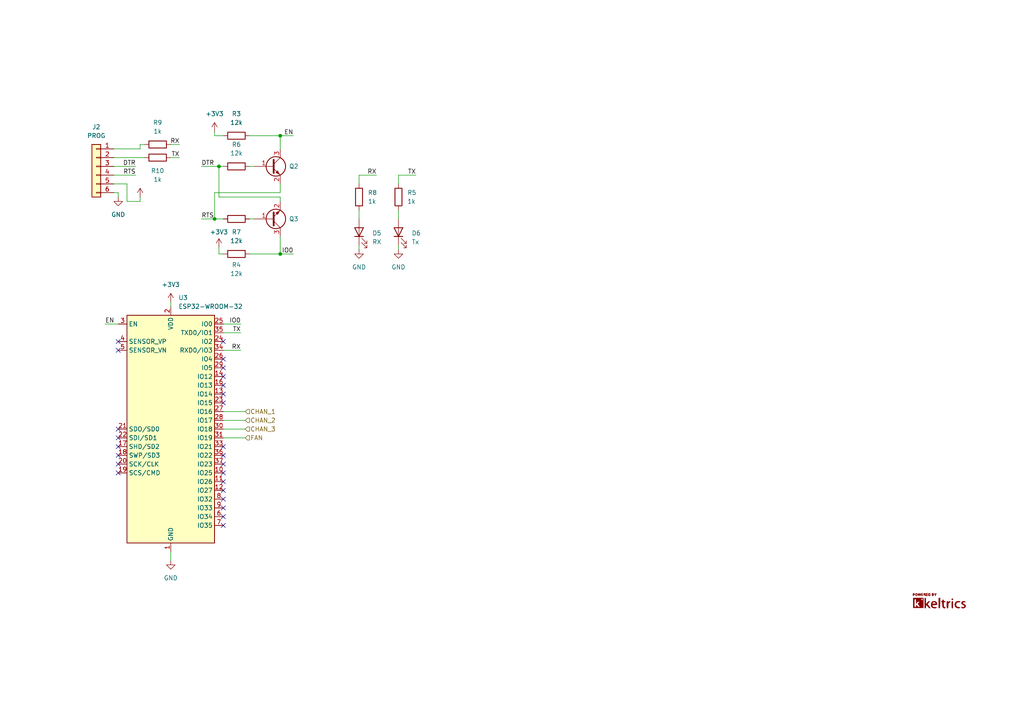
<source format=kicad_sch>
(kicad_sch (version 20231120) (generator "eeschema") (generator_version "8.0")
  (paper "A4")
  (title_block (title "Controlador elevador Ktech") (date "2024-02-21") (rev "V6.1") (company "Krebsfer Industrial LTDA.") (comment 2 "mauricio@krebs.com.br") (comment 3 "Engenheiro Eletricista") (comment 4 "Mauricio Cukier"))
  (lib_symbols
    (symbol "Connector_Generic:Conn_01x06" (pin_names (offset 1.016) hide)
      (property "Reference" "J" (at 0 7.62 0))
      (property "Value" "Conn_01x06" (at 0 -10.16 0))
      (symbol "Conn_01x06_1_1"
        (rectangle (start -1.27 -7.493) (end 0 -7.747) (stroke (width 0.1524)))
        (rectangle (start -1.27 -4.953) (end 0 -5.207) (stroke (width 0.1524)))
        (rectangle (start -1.27 -2.413) (end 0 -2.667) (stroke (width 0.1524)))
        (rectangle (start -1.27 0.127) (end 0 -0.127) (stroke (width 0.1524)))
        (rectangle (start -1.27 2.667) (end 0 2.413) (stroke (width 0.1524)))
        (rectangle (start -1.27 5.207) (end 0 4.953) (stroke (width 0.1524)))
        (rectangle (start -1.27 6.35) (end 1.27 -8.89) (stroke (width 0.254)) (fill (type background)))
        (pin passive line (at -5.08 5.08 0) (length 3.81) (name "Pin_1") (number "1"))
        (pin passive line (at -5.08 2.54 0) (length 3.81) (name "Pin_2") (number "2"))
        (pin passive line (at -5.08 0 0) (length 3.81) (name "Pin_3") (number "3"))
        (pin passive line (at -5.08 -2.54 0) (length 3.81) (name "Pin_4") (number "4"))
        (pin passive line (at -5.08 -5.08 0) (length 3.81) (name "Pin_5") (number "5"))
        (pin passive line (at -5.08 -7.62 0) (length 3.81) (name "Pin_6") (number "6"))
      )
    )
    (symbol "Device:LED" (pin_numbers hide) (pin_names (offset 1.016) hide)
      (property "Reference" "D" (at 0 2.54 0))
      (property "Value" "LED" (at 0 -2.54 0))
      (symbol "LED_0_1"
        (polyline (pts (xy -1.27 -1.27) (xy -1.27 1.27)) (stroke (width 0.254)))
        (polyline (pts (xy -1.27 0) (xy 1.27 0)))
        (polyline (pts (xy 1.27 -1.27) (xy 1.27 1.27) (xy -1.27 0) (xy 1.27 -1.27)) (stroke (width 0.254)))
        (polyline (pts (xy -3.048 -0.762) (xy -4.572 -2.286) (xy -3.81 -2.286) (xy -4.572 -2.286) (xy -4.572 -1.524)))
        (polyline (pts (xy -1.778 -0.762) (xy -3.302 -2.286) (xy -2.54 -2.286) (xy -3.302 -2.286) (xy -3.302 -1.524)))
      )
      (symbol "LED_1_1"
        (pin passive line (at -3.81 0 0) (length 2.54) (name "K") (number "1"))
        (pin passive line (at 3.81 0 180) (length 2.54) (name "A") (number "2"))
      )
    )
    (symbol "Device:Q_NPN_BEC" (pin_names (offset 0) hide)
      (property "Reference" "Q" (at 5.08 1.27 0))
      (property "Value" "Q_NPN_BEC" (at 5.08 -1.27 0))
      (symbol "Q_NPN_BEC_0_1"
        (polyline (pts (xy 0.635 0.635) (xy 2.54 2.54)))
        (polyline (pts (xy 0.635 -0.635) (xy 2.54 -2.54) (xy 2.54 -2.54)))
        (polyline (pts (xy 0.635 1.905) (xy 0.635 -1.905) (xy 0.635 -1.905)) (stroke (width 0.508)))
        (polyline (pts (xy 1.27 -1.778) (xy 1.778 -1.27) (xy 2.286 -2.286) (xy 1.27 -1.778) (xy 1.27 -1.778)) (fill (type outline)))
        (circle (center 1.27 0) (radius 2.8194) (stroke (width 0.254)))
      )
      (symbol "Q_NPN_BEC_1_1"
        (pin input line (at -5.08 0 0) (length 5.715) (name "B") (number "1"))
        (pin passive line (at 2.54 -5.08 90) (length 2.54) (name "E") (number "2"))
        (pin passive line (at 2.54 5.08 270) (length 2.54) (name "C") (number "3"))
      )
    )
    (symbol "Device:R" (pin_numbers hide) (pin_names (offset 0))
      (property "Reference" "R" (at 2.032 0 90))
      (property "Value" "R" (at 0 0 90))
      (symbol "R_0_1"
        (rectangle (start -1.016 -2.54) (end 1.016 2.54) (stroke (width 0.254)))
      )
      (symbol "R_1_1"
        (pin passive line (at 0 3.81 270) (length 1.27) (name "~") (number "1"))
        (pin passive line (at 0 -3.81 90) (length 1.27) (name "~") (number "2"))
      )
    )
    (symbol "RF_Module:ESP32-WROOM-32"
      (property "Reference" "U" (at -12.7 34.29 0))
      (property "Value" "ESP32-WROOM-32" (at 1.27 34.29 0))
      (symbol "ESP32-WROOM-32_0_1"
        (rectangle (start -12.7 33.02) (end 12.7 -33.02) (stroke (width 0.254)) (fill (type background)))
      )
      (symbol "ESP32-WROOM-32_1_1"
        (pin power_in line (at 0 -35.56 90) (length 2.54) (name "GND") (number "1"))
        (pin bidirectional line (at 15.24 -12.7 180) (length 2.54) (name "IO25") (number "10"))
        (pin bidirectional line (at 15.24 -15.24 180) (length 2.54) (name "IO26") (number "11"))
        (pin bidirectional line (at 15.24 -17.78 180) (length 2.54) (name "IO27") (number "12"))
        (pin bidirectional line (at 15.24 10.16 180) (length 2.54) (name "IO14") (number "13"))
        (pin bidirectional line (at 15.24 15.24 180) (length 2.54) (name "IO12") (number "14"))
        (pin passive line (at 0 -35.56 90) (length 2.54) hide (name "GND") (number "15"))
        (pin bidirectional line (at 15.24 12.7 180) (length 2.54) (name "IO13") (number "16"))
        (pin bidirectional line (at -15.24 -5.08 0) (length 2.54) (name "SHD/SD2") (number "17"))
        (pin bidirectional line (at -15.24 -7.62 0) (length 2.54) (name "SWP/SD3") (number "18"))
        (pin bidirectional line (at -15.24 -12.7 0) (length 2.54) (name "SCS/CMD") (number "19"))
        (pin power_in line (at 0 35.56 270) (length 2.54) (name "VDD") (number "2"))
        (pin bidirectional line (at -15.24 -10.16 0) (length 2.54) (name "SCK/CLK") (number "20"))
        (pin bidirectional line (at -15.24 0 0) (length 2.54) (name "SDO/SD0") (number "21"))
        (pin bidirectional line (at -15.24 -2.54 0) (length 2.54) (name "SDI/SD1") (number "22"))
        (pin bidirectional line (at 15.24 7.62 180) (length 2.54) (name "IO15") (number "23"))
        (pin bidirectional line (at 15.24 25.4 180) (length 2.54) (name "IO2") (number "24"))
        (pin bidirectional line (at 15.24 30.48 180) (length 2.54) (name "IO0") (number "25"))
        (pin bidirectional line (at 15.24 20.32 180) (length 2.54) (name "IO4") (number "26"))
        (pin bidirectional line (at 15.24 5.08 180) (length 2.54) (name "IO16") (number "27"))
        (pin bidirectional line (at 15.24 2.54 180) (length 2.54) (name "IO17") (number "28"))
        (pin bidirectional line (at 15.24 17.78 180) (length 2.54) (name "IO5") (number "29"))
        (pin input line (at -15.24 30.48 0) (length 2.54) (name "EN") (number "3"))
        (pin bidirectional line (at 15.24 0 180) (length 2.54) (name "IO18") (number "30"))
        (pin bidirectional line (at 15.24 -2.54 180) (length 2.54) (name "IO19") (number "31"))
        (pin no_connect line (at -12.7 -27.94 0) (length 2.54) hide (name "NC") (number "32"))
        (pin bidirectional line (at 15.24 -5.08 180) (length 2.54) (name "IO21") (number "33"))
        (pin bidirectional line (at 15.24 22.86 180) (length 2.54) (name "RXD0/IO3") (number "34"))
        (pin bidirectional line (at 15.24 27.94 180) (length 2.54) (name "TXD0/IO1") (number "35"))
        (pin bidirectional line (at 15.24 -7.62 180) (length 2.54) (name "IO22") (number "36"))
        (pin bidirectional line (at 15.24 -10.16 180) (length 2.54) (name "IO23") (number "37"))
        (pin passive line (at 0 -35.56 90) (length 2.54) hide (name "GND") (number "38"))
        (pin passive line (at 0 -35.56 90) (length 2.54) hide (name "GND") (number "39"))
        (pin input line (at -15.24 25.4 0) (length 2.54) (name "SENSOR_VP") (number "4"))
        (pin input line (at -15.24 22.86 0) (length 2.54) (name "SENSOR_VN") (number "5"))
        (pin input line (at 15.24 -25.4 180) (length 2.54) (name "IO34") (number "6"))
        (pin input line (at 15.24 -27.94 180) (length 2.54) (name "IO35") (number "7"))
        (pin bidirectional line (at 15.24 -20.32 180) (length 2.54) (name "IO32") (number "8"))
        (pin bidirectional line (at 15.24 -22.86 180) (length 2.54) (name "IO33") (number "9"))
      )
    )
    (symbol "ktech-keltrics:LOGO" (pin_names (offset 1.016))
      (symbol "LOGO_0_0"
        (polyline (pts (xy 3.938 0.6464) (xy 4.0187 0.7719) (xy 3.9948 0.9145) (xy 3.8625 1.0021) (xy 3.7372 0.9942) (xy 3.6171 0.8825) (xy 3.617 0.7018) (xy 3.6796 0.6365) (xy 3.842 0.6094) (xy 3.938 0.6464)) (stroke (width 0.01)) (fill (type outline)))
        (polyline (pts (xy 0.129 -1.7276) (xy 0.1655 -1.6401) (xy 0.192 -1.4735) (xy 0.2108 -1.2054) (xy 0.2243 -0.8131) (xy 0.2348 -0.274) (xy 0.258 1.1854) (xy -0.1693 1.1854) (xy -0.1693 -0.2398) (xy -0.1674 -0.5985) (xy -0.1595 -1.0318) (xy -0.1465 -1.3834) (xy -0.1296 -1.624) (xy -0.1099 -1.7244) (xy -0.07 -1.7481) (xy 0.0806 -1.7586) (xy 0.129 -1.7276)) (stroke (width 0.01)) (fill (type outline)))
        (polyline (pts (xy -3.4925 1.7907) (xy -3.322 1.8007) (xy -3.2884 1.8154) (xy -3.4078 1.8387) (xy -3.5313 1.8759) (xy -3.6305 1.9735) (xy -3.6059 2.0744) (xy -3.4501 2.1282) (xy -3.2596 2.1398) (xy -3.4501 2.1765) (xy -3.5394 2.2038) (xy -3.6332 2.3007) (xy -3.5872 2.4084) (xy -3.4078 2.4794) (xy -3.293 2.501) (xy -3.3124 2.5163) (xy -3.4925 2.5274) (xy -3.81 2.54) (xy -3.81 1.778) (xy -3.4925 1.7907)) (stroke (width 0.01)) (fill (type outline)))
        (polyline (pts (xy -1.0475 1.821) (xy -1.016 1.9709) (xy -0.9862 2.1353) (xy -0.8842 2.3519) (xy -0.8167 2.4827) (xy -0.8376 2.54) (xy -0.9016 2.5138) (xy -1.0118 2.3919) (xy -1.0474 2.3347) (xy -1.112 2.2888) (xy -1.1895 2.3919) (xy -1.2549 2.4758) (xy -1.3637 2.54) (xy -1.3856 2.4868) (xy -1.3171 2.3519) (xy -1.2339 2.1894) (xy -1.1853 1.9709) (xy -1.1665 1.8499) (xy -1.1006 1.778) (xy -1.0475 1.821)) (stroke (width 0.01)) (fill (type outline)))
        (polyline (pts (xy -4.7168 1.8011) (xy -4.7048 1.8143) (xy -4.8471 1.8387) (xy -5.0064 1.8954) (xy -5.08 1.9953) (xy -5.0266 2.0803) (xy -4.8471 2.1294) (xy -4.6143 2.1421) (xy -4.8471 2.1774) (xy -5.0068 2.2332) (xy -5.08 2.3284) (xy -5.0163 2.4174) (xy -4.8471 2.4794) (xy -4.7051 2.5038) (xy -4.7164 2.517) (xy -4.8895 2.5274) (xy -5.0076 2.5305) (xy -5.117 2.5018) (xy -5.1583 2.3928) (xy -5.1646 2.159) (xy -5.163 1.9956) (xy -5.1386 1.8452) (xy -5.0585 1.7918) (xy -4.8895 1.7907) (xy -4.7168 1.8011)) (stroke (width 0.01)) (fill (type outline)))
        (polyline (pts (xy 3.8599 -1.7743) (xy 3.9154 -1.7421) (xy 3.9504 -1.6529) (xy 3.9696 -1.4785) (xy 3.9777 -1.1908) (xy 3.9794 -0.762) (xy 3.9787 -0.4628) (xy 3.9734 -0.1299) (xy 3.9585 0.0802) (xy 3.9294 0.1955) (xy 3.8815 0.2441) (xy 3.81 0.254) (xy 3.7602 0.2504) (xy 3.7047 0.2182) (xy 3.6697 0.129) (xy 3.6504 -0.0454) (xy 3.6423 -0.3331) (xy 3.6407 -0.762) (xy 3.6413 -1.0611) (xy 3.6467 -1.394) (xy 3.6615 -1.6041) (xy 3.6906 -1.7194) (xy 3.7385 -1.768) (xy 3.81 -1.778) (xy 3.8599 -1.7743)) (stroke (width 0.01)) (fill (type outline)))
        (polyline (pts (xy -6.5113 1.8002) (xy -6.3677 1.9181) (xy -6.2983 2.1089) (xy -6.3395 2.3391) (xy -6.3945 2.4281) (xy -6.5587 2.5299) (xy -6.7384 2.5089) (xy -6.8832 2.3803) (xy -6.9396 2.1703) (xy -6.8555 2.1703) (xy -6.7937 2.3437) (xy -6.6452 2.413) (xy -6.6041 2.4107) (xy -6.504 2.3458) (xy -6.477 2.1602) (xy -6.5061 2.009) (xy -6.6037 1.8866) (xy -6.7252 1.8682) (xy -6.8231 1.9785) (xy -6.8555 2.1703) (xy -6.9396 2.1703) (xy -6.9426 2.159) (xy -6.9259 2.0447) (xy -6.841 1.8796) (xy -6.6925 1.7886) (xy -6.5113 1.8002)) (stroke (width 0.01)) (fill (type outline)))
        (polyline (pts (xy -7.4997 1.789) (xy -7.4506 1.8952) (xy -7.4158 1.9741) (xy -7.2746 2.0583) (xy -7.2653 2.0609) (xy -7.1316 2.1612) (xy -7.1163 2.3089) (xy -7.2059 2.4486) (xy -7.3871 2.5245) (xy -7.4779 2.5325) (xy -7.5751 2.5087) (xy -7.6133 2.4002) (xy -7.6165 2.286) (xy -7.4506 2.286) (xy -7.4298 2.3949) (xy -7.3448 2.4342) (xy -7.3057 2.4132) (xy -7.239 2.286) (xy -7.2465 2.2419) (xy -7.3448 2.1379) (xy -7.4116 2.1518) (xy -7.4506 2.286) (xy -7.6165 2.286) (xy -7.62 2.1647) (xy -7.6159 2.0457) (xy -7.5855 1.8538) (xy -7.5353 1.778) (xy -7.4997 1.789)) (stroke (width 0.01)) (fill (type outline)))
        (polyline (pts (xy -2.8575 1.7939) (xy -2.7991 1.8) (xy -2.6522 1.8384) (xy -2.5932 1.9405) (xy -2.5823 2.159) (xy -2.5827 2.231) (xy -2.6024 2.4137) (xy -2.6808 2.4939) (xy -2.8575 2.5242) (xy -2.9879 2.5339) (xy -3.0896 2.5077) (xy -3.1272 2.3969) (xy -3.1326 2.159) (xy -2.9633 2.159) (xy -2.9574 2.3065) (xy -2.9152 2.4255) (xy -2.8151 2.4393) (xy -2.7094 2.3676) (xy -2.667 2.159) (xy -2.6972 1.9736) (xy -2.8151 1.8788) (xy -2.8865 1.8774) (xy -2.9475 1.9535) (xy -2.9633 2.159) (xy -3.1326 2.159) (xy -3.1306 1.9735) (xy -3.1053 1.8312) (xy -3.0249 1.7855) (xy -2.8575 1.7939)) (stroke (width 0.01)) (fill (type outline)))
        (polyline (pts (xy -3.9365 1.8138) (xy -3.9842 1.9565) (xy -4.0305 2.0759) (xy -3.9938 2.2208) (xy -3.9736 2.2433) (xy -3.9397 2.3825) (xy -4.0393 2.4942) (xy -4.2424 2.54) (xy -4.3494 2.5367) (xy -4.443 2.4984) (xy -4.4765 2.3804) (xy -4.4763 2.3284) (xy -4.4026 2.3284) (xy -4.3712 2.4024) (xy -4.2333 2.4554) (xy -4.1346 2.4318) (xy -4.064 2.3284) (xy -4.0954 2.2543) (xy -4.2333 2.2014) (xy -4.3321 2.225) (xy -4.4026 2.3284) (xy -4.4763 2.3284) (xy -4.4758 2.1379) (xy -4.4685 1.9973) (xy -4.4501 1.8889) (xy -4.4276 1.9262) (xy -4.3674 2.08) (xy -4.2677 2.0959) (xy -4.1486 1.9474) (xy -4.0758 1.8442) (xy -3.9734 1.778) (xy -3.9365 1.8138)) (stroke (width 0.01)) (fill (type outline)))
        (polyline (pts (xy 2.5 -1.7342) (xy 2.5534 -1.6285) (xy 2.587 -1.4137) (xy 2.6074 -1.0597) (xy 2.608 -1.0452) (xy 2.6479 -0.5997) (xy 2.7315 -0.3023) (xy 2.8666 -0.1362) (xy 3.0611 -0.0846) (xy 3.1566 -0.058) (xy 3.2174 0.0847) (xy 3.1938 0.1827) (xy 3.0775 0.2512) (xy 2.9026 0.2128) (xy 2.7126 0.0688) (xy 2.54 -0.1165) (xy 2.54 0.0688) (xy 2.5093 0.1974) (xy 2.3707 0.254) (xy 2.3323 0.2522) (xy 2.2716 0.2262) (xy 2.2332 0.1463) (xy 2.2121 -0.0164) (xy 2.2032 -0.2907) (xy 2.2014 -0.7055) (xy 2.2053 -1.0511) (xy 2.2178 -1.384) (xy 2.237 -1.6206) (xy 2.2607 -1.7244) (xy 2.3007 -1.7481) (xy 2.4512 -1.7588) (xy 2.5 -1.7342)) (stroke (width 0.01)) (fill (type outline)))
        (polyline (pts (xy 5.8997 -1.7261) (xy 5.9617 -1.7059) (xy 6.0604 -1.6278) (xy 6.0221 -1.5464) (xy 5.8693 -1.4834) (xy 5.6246 -1.4604) (xy 5.5003 -1.4559) (xy 5.1637 -1.3578) (xy 4.9432 -1.1473) (xy 4.8535 -0.8447) (xy 4.9092 -0.4702) (xy 5.0702 -0.198) (xy 5.3419 -0.0385) (xy 5.7049 -0.0148) (xy 5.7837 -0.0202) (xy 5.9787 0.0096) (xy 6.0736 0.0918) (xy 6.0337 0.2034) (xy 6.0285 0.2081) (xy 5.8832 0.2499) (xy 5.6392 0.2576) (xy 5.3579 0.2358) (xy 5.1007 0.1891) (xy 4.929 0.1219) (xy 4.7933 0.0071) (xy 4.584 -0.3037) (xy 4.493 -0.6631) (xy 4.5203 -1.0286) (xy 4.6659 -1.3578) (xy 4.9297 -1.6083) (xy 5.028 -1.6615) (xy 5.4455 -1.7711) (xy 5.8997 -1.7261)) (stroke (width 0.01)) (fill (type outline)))
        (polyline (pts (xy -5.44 1.8942) (xy -5.36 2.159) (xy -5.3428 2.2418) (xy -5.3214 2.4467) (xy -5.3427 2.5383) (xy -5.394 2.4981) (xy -5.4622 2.3072) (xy -5.5242 2.0744) (xy -5.6055 2.3072) (xy -5.6795 2.4695) (xy -5.748 2.54) (xy -5.8174 2.473) (xy -5.9013 2.3072) (xy -5.9548 2.1799) (xy -5.9893 2.1482) (xy -6.0023 2.2599) (xy -6.026 2.3801) (xy -6.1077 2.505) (xy -6.1405 2.5164) (xy -6.1694 2.4474) (xy -6.1423 2.2354) (xy -6.1304 2.1744) (xy -6.0806 1.9602) (xy -6.0401 1.8408) (xy -5.963 1.8035) (xy -5.88 1.8798) (xy -5.842 2.032) (xy -5.8387 2.0971) (xy -5.7891 2.2234) (xy -5.7104 2.2012) (xy -5.6427 2.0307) (xy -5.5911 1.8537) (xy -5.5187 1.7917) (xy -5.44 1.8942)) (stroke (width 0.01)) (fill (type outline)))
        (polyline (pts (xy -1.8415 1.7939) (xy -1.7831 1.8) (xy -1.6362 1.8384) (xy -1.5772 1.9405) (xy -1.5663 2.159) (xy -1.5667 2.231) (xy -1.5864 2.4137) (xy -1.6648 2.4939) (xy -1.8415 2.5242) (xy -1.9719 2.5339) (xy -2.0736 2.5077) (xy -2.1112 2.3969) (xy -2.1128 2.3284) (xy -1.9473 2.3284) (xy -1.9251 2.4062) (xy -1.7991 2.4393) (xy -1.7223 2.4108) (xy -1.6677 2.3272) (xy -1.6759 2.3008) (xy -1.7694 2.224) (xy -1.8885 2.2333) (xy -1.9473 2.3284) (xy -2.1128 2.3284) (xy -2.1166 2.159) (xy -2.1148 1.9897) (xy -1.9473 1.9897) (xy -1.9159 2.0638) (xy -1.778 2.1167) (xy -1.6792 2.0931) (xy -1.6086 1.9897) (xy -1.6401 1.9157) (xy -1.778 1.8627) (xy -1.8767 1.8863) (xy -1.9473 1.9897) (xy -2.1148 1.9897) (xy -2.1146 1.9735) (xy -2.0893 1.8312) (xy -2.0089 1.7855) (xy -1.8415 1.7939)) (stroke (width 0.01)) (fill (type outline)))
        (polyline (pts (xy 7.245 -1.7191) (xy 7.4969 -1.5701) (xy 7.6234 -1.42) (xy 7.7087 -1.1891) (xy 7.6413 -0.964) (xy 7.4165 -0.7338) (xy 7.0294 -0.4871) (xy 6.9897 -0.4643) (xy 6.8063 -0.3086) (xy 6.7844 -0.1732) (xy 6.9173 -0.0762) (xy 7.1982 -0.0358) (xy 7.3178 -0.0309) (xy 7.5162 0.0083) (xy 7.5777 0.0912) (xy 7.5694 0.126) (xy 7.4508 0.1991) (xy 7.18 0.2373) (xy 6.9891 0.2421) (xy 6.7705 0.2025) (xy 6.6085 0.0892) (xy 6.522 -0.0101) (xy 6.4287 -0.2381) (xy 6.4921 -0.4653) (xy 6.7158 -0.6995) (xy 7.1037 -0.9485) (xy 7.1881 -1.0003) (xy 7.3402 -1.163) (xy 7.3318 -1.3191) (xy 7.1609 -1.4517) (xy 6.9745 -1.5014) (xy 6.6953 -1.4543) (xy 6.5446 -1.4084) (xy 6.4543 -1.4199) (xy 6.4347 -1.5213) (xy 6.4509 -1.6117) (xy 6.5405 -1.7219) (xy 6.5935 -1.7408) (xy 6.9183 -1.7801) (xy 7.245 -1.7191)) (stroke (width 0.01)) (fill (type outline)))
        (polyline (pts (xy 1.5896 -1.7762) (xy 1.7381 -1.7326) (xy 1.778 -1.6086) (xy 1.7367 -1.4828) (xy 1.5754 -1.4393) (xy 1.4877 -1.4321) (xy 1.3771 -1.3736) (xy 1.3108 -1.2321) (xy 1.2785 -0.979) (xy 1.27 -0.5857) (xy 1.27 0) (xy 1.524 0) (xy 1.7023 0.0262) (xy 1.778 0.127) (xy 1.7257 0.2162) (xy 1.524 0.254) (xy 1.4092 0.2595) (xy 1.2962 0.3165) (xy 1.27 0.4719) (xy 1.2353 0.6106) (xy 1.1333 0.668) (xy 1.0184 0.6107) (xy 0.9466 0.4437) (xy 0.903 0.3255) (xy 0.7561 0.254) (xy 0.6628 0.2312) (xy 0.5927 0.127) (xy 0.6241 0.053) (xy 0.762 0) (xy 0.8186 -0.0046) (xy 0.8796 -0.0453) (xy 0.9136 -0.156) (xy 0.9282 -0.3697) (xy 0.9314 -0.7196) (xy 0.9314 -0.7516) (xy 0.9385 -1.1104) (xy 0.9638 -1.3449) (xy 1.0152 -1.4971) (xy 1.1007 -1.6086) (xy 1.2754 -1.7205) (xy 1.524 -1.778) (xy 1.5896 -1.7762)) (stroke (width 0.01)) (fill (type outline)))
        (polyline (pts (xy -2.7101 -1.7722) (xy -2.6416 -1.7241) (xy -2.6652 -1.6101) (xy -2.7878 -1.4102) (xy -3.0165 -1.1043) (xy -3.4083 -0.5997) (xy -3.0509 -0.1728) (xy -3.02 -0.1359) (xy -2.8482 0.0768) (xy -2.7758 0.194) (xy -2.7917 0.2437) (xy -2.8852 0.254) (xy -2.9755 0.2329) (xy -3.1988 0.0863) (xy -3.4819 -0.1905) (xy -3.887 -0.635) (xy -3.8908 0.2752) (xy -3.8915 0.4152) (xy -3.8969 0.7714) (xy -3.9112 0.9969) (xy -3.9401 1.1213) (xy -3.9891 1.1743) (xy -4.064 1.1854) (xy -4.123 1.1787) (xy -4.1678 1.1425) (xy -4.1985 1.0535) (xy -4.2177 0.8885) (xy -4.2282 0.624) (xy -4.2325 0.2369) (xy -4.2333 -0.2963) (xy -4.2326 -0.7817) (xy -4.2286 -1.1831) (xy -4.2187 -1.4593) (xy -4.2003 -1.6336) (xy -4.1709 -1.7293) (xy -4.1278 -1.7697) (xy -4.0684 -1.778) (xy -4.0373 -1.7765) (xy -3.9504 -1.7337) (xy -3.9031 -1.6016) (xy -3.8779 -1.3401) (xy -3.8614 -1.1762) (xy -3.8138 -0.9656) (xy -3.7529 -0.8695) (xy -3.7503 -0.8688) (xy -3.6499 -0.921) (xy -3.488 -1.078) (xy -3.2983 -1.3074) (xy -3.1174 -1.5261) (xy -2.9224 -1.7102) (xy -2.7838 -1.778) (xy -2.7101 -1.7722)) (stroke (width 0.01)) (fill (type outline)))
        (polyline (pts (xy -1.0301 -1.7476) (xy -0.8366 -1.6785) (xy -0.762 -1.5666) (xy -0.7855 -1.5219) (xy -0.9348 -1.4785) (xy -1.2349 -1.4706) (xy -1.3405 -1.4722) (xy -1.5899 -1.4576) (xy -1.7471 -1.3998) (xy -1.8699 -1.2817) (xy -1.9944 -1.1094) (xy -2.0339 -0.9755) (xy -1.9501 -0.8954) (xy -1.7278 -0.8567) (xy -1.352 -0.8466) (xy -1.1508 -0.8447) (xy -0.8598 -0.8276) (xy -0.694 -0.7887) (xy -0.6246 -0.7231) (xy -0.6145 -0.5491) (xy -0.6817 -0.2943) (xy -0.8051 -0.0451) (xy -0.9566 0.1268) (xy -1.0807 0.1875) (xy -1.3741 0.2455) (xy -1.6929 0.2397) (xy -1.952 0.1669) (xy -2.1052 0.0393) (xy -2.2665 -0.2409) (xy -2.3177 -0.4421) (xy -2.032 -0.4421) (xy -1.9983 -0.3503) (xy -1.9002 -0.1881) (xy -1.722 -0.041) (xy -1.4905 0.0095) (xy -1.2613 -0.0326) (xy -1.0859 -0.1575) (xy -1.016 -0.3556) (xy -1.0227 -0.4094) (xy -1.0832 -0.4716) (xy -1.2378 -0.5007) (xy -1.524 -0.508) (xy -1.7551 -0.5007) (xy -1.9551 -0.4768) (xy -2.032 -0.4421) (xy -2.3177 -0.4421) (xy -2.3561 -0.5928) (xy -2.3627 -0.9643) (xy -2.2747 -1.3032) (xy -2.2729 -1.307) (xy -2.1273 -1.4922) (xy -1.9149 -1.6439) (xy -1.865 -1.6666) (xy -1.5901 -1.7447) (xy -1.2965 -1.7706) (xy -1.0301 -1.7476)) (stroke (width 0.01)) (fill (type outline)))
        (polyline (pts (xy -4.572 1.1854) (xy -7.5353 1.1854) (xy -7.5353 0.8467) (xy -7.1966 0.8467) (xy -6.6886 0.8467) (xy -6.6886 0.762) (xy -5.334 0.762) (xy -5.3197 0.801) (xy -5.207 0.8467) (xy -5.1478 0.8615) (xy -5.08 0.9737) (xy -5.0563 1.0758) (xy -4.9614 1.0765) (xy -4.8033 0.9314) (xy -4.728 0.8361) (xy -4.7066 0.7291) (xy -4.8033 0.5927) (xy -4.9311 0.4674) (xy -5.0411 0.4354) (xy -5.08 0.5504) (xy -5.0947 0.6096) (xy -5.207 0.6774) (xy -5.2654 0.6869) (xy -5.334 0.762) (xy -6.6886 0.762) (xy -6.6886 -0.4626) (xy -6.4739 -0.1466) (xy -6.3324 0.0367) (xy -6.1751 0.143) (xy -5.9659 0.1694) (xy -5.93 0.1691) (xy -5.7471 0.1562) (xy -5.6726 0.13) (xy -5.6859 0.1026) (xy -5.7799 -0.0239) (xy -5.9346 -0.2077) (xy -6.1965 -0.506) (xy -5.8922 -0.9205) (xy -5.7548 -1.1134) (xy -5.6343 -1.2964) (xy -5.588 -1.3871) (xy -5.5908 -1.3943) (xy -5.6901 -1.4263) (xy -5.8872 -1.4393) (xy -6.0609 -1.4253) (xy -6.218 -1.3417) (xy -6.3611 -1.1431) (xy -6.4568 -1.0012) (xy -6.5806 -0.9037) (xy -6.6604 -0.9671) (xy -6.6886 -1.1903) (xy -6.6963 -1.3196) (xy -6.7626 -1.4181) (xy -6.9426 -1.4393) (xy -7.1966 -1.4393) (xy -7.1966 0.8467) (xy -7.5353 0.8467) (xy -7.5353 -1.6933) (xy -4.572 -1.6933) (xy -4.572 1.1854)) (stroke (width 0.01)) (fill (type outline)))
      )
    )
    (symbol "power:+3V3" (power) (pin_names (offset 0))
      (property "Value" "+3V3" (at 0 3.556 0))
      (symbol "+3V3_0_1"
        (polyline (pts (xy -0.762 1.27) (xy 0 2.54)))
        (polyline (pts (xy 0 0) (xy 0 2.54)))
        (polyline (pts (xy 0 2.54) (xy 0.762 1.27)))
      )
      (symbol "+3V3_1_1"
        (pin power_in line (at 0 0 90) (length 0) hide (name "+3V3") (number "1"))
      )
    )
    (symbol "power:GND" (power) (pin_names (offset 0))
      (property "Value" "GND" (at 0 -3.81 0))
      (symbol "GND_0_1"
        (polyline (pts (xy 0 0) (xy 0 -1.27) (xy 1.27 -1.27) (xy 0 -2.54) (xy -1.27 -1.27) (xy 0 -1.27)))
      )
      (symbol "GND_1_1"
        (pin power_in line (at 0 0 270) (length 0) hide (name "GND") (number "1"))
      )
    )
  )
  (junction (at 81.28 39.37))
  (junction (at 81.28 73.66))
  (junction (at 63.5 48.26))
  (junction (at 62.23 63.5))
  (no_connect (at 64.77 139.7))
  (no_connect (at 64.77 111.76))
  (no_connect (at 64.77 132.08))
  (no_connect (at 64.77 137.16))
  (no_connect (at 64.77 149.86))
  (no_connect (at 64.77 142.24))
  (no_connect (at 64.77 116.84))
  (no_connect (at 64.77 99.06))
  (no_connect (at 64.77 134.62))
  (no_connect (at 64.77 106.68))
  (no_connect (at 34.29 134.62))
  (no_connect (at 34.29 99.06))
  (no_connect (at 34.29 132.08))
  (no_connect (at 34.29 101.6))
  (no_connect (at 34.29 137.16))
  (no_connect (at 34.29 129.54))
  (no_connect (at 34.29 127))
  (no_connect (at 34.29 124.46))
  (no_connect (at 64.77 144.78))
  (no_connect (at 64.77 147.32))
  (no_connect (at 64.77 152.4))
  (no_connect (at 64.77 114.3))
  (no_connect (at 64.77 104.14))
  (no_connect (at 64.77 129.54))
  (no_connect (at 64.77 109.22))
  (wire (pts (xy 64.77 124.46) (xy 71.12 124.46)))
  (wire (pts (xy 34.29 55.88) (xy 33.02 55.88)))
  (wire (pts (xy 62.23 63.5) (xy 64.77 63.5)))
  (wire (pts (xy 109.22 50.8) (xy 104.14 50.8)))
  (wire (pts (xy 63.5 57.15) (xy 63.5 48.26)))
  (wire (pts (xy 40.64 58.42) (xy 36.83 58.42)))
  (wire (pts (xy 72.39 48.26) (xy 73.66 48.26)))
  (wire (pts (xy 81.28 53.34) (xy 81.28 55.88)))
  (wire (pts (xy 33.02 50.8) (xy 39.37 50.8)))
  (wire (pts (xy 115.57 72.39) (xy 115.57 71.12)))
  (wire (pts (xy 62.23 38.1) (xy 62.23 39.37)))
  (wire (pts (xy 40.64 57.15) (xy 40.64 58.42)))
  (wire (pts (xy 58.42 48.26) (xy 63.5 48.26)))
  (wire (pts (xy 33.02 48.26) (xy 39.37 48.26)))
  (wire (pts (xy 49.53 41.91) (xy 52.07 41.91)))
  (wire (pts (xy 104.14 50.8) (xy 104.14 53.34)))
  (wire (pts (xy 64.77 93.98) (xy 69.85 93.98)))
  (wire (pts (xy 30.48 93.98) (xy 34.29 93.98)))
  (wire (pts (xy 40.64 41.91) (xy 41.91 41.91)))
  (wire (pts (xy 72.39 63.5) (xy 73.66 63.5)))
  (wire (pts (xy 81.28 57.15) (xy 63.5 57.15)))
  (wire (pts (xy 49.53 160.02) (xy 49.53 162.56)))
  (wire (pts (xy 36.83 53.34) (xy 33.02 53.34)))
  (wire (pts (xy 64.77 127) (xy 71.12 127)))
  (wire (pts (xy 63.5 73.66) (xy 64.77 73.66)))
  (wire (pts (xy 120.65 50.8) (xy 115.57 50.8)))
  (wire (pts (xy 72.39 39.37) (xy 81.28 39.37)))
  (wire (pts (xy 64.77 119.38) (xy 71.12 119.38)))
  (wire (pts (xy 64.77 101.6) (xy 69.85 101.6)))
  (wire (pts (xy 63.5 48.26) (xy 64.77 48.26)))
  (wire (pts (xy 36.83 58.42) (xy 36.83 53.34)))
  (wire (pts (xy 58.42 63.5) (xy 62.23 63.5)))
  (wire (pts (xy 62.23 39.37) (xy 64.77 39.37)))
  (wire (pts (xy 104.14 60.96) (xy 104.14 63.5)))
  (wire (pts (xy 49.53 45.72) (xy 52.07 45.72)))
  (wire (pts (xy 72.39 73.66) (xy 81.28 73.66)))
  (wire (pts (xy 49.53 87.63) (xy 49.53 88.9)))
  (wire (pts (xy 63.5 73.66) (xy 63.5 71.755)))
  (wire (pts (xy 115.57 50.8) (xy 115.57 53.34)))
  (wire (pts (xy 104.14 72.39) (xy 104.14 71.12)))
  (wire (pts (xy 81.28 58.42) (xy 81.28 57.15)))
  (wire (pts (xy 85.09 73.66) (xy 81.28 73.66)))
  (wire (pts (xy 85.09 39.37) (xy 81.28 39.37)))
  (wire (pts (xy 62.23 55.88) (xy 62.23 63.5)))
  (wire (pts (xy 34.29 57.15) (xy 34.29 55.88)))
  (wire (pts (xy 64.77 96.52) (xy 69.85 96.52)))
  (wire (pts (xy 64.77 121.92) (xy 71.12 121.92)))
  (wire (pts (xy 40.64 43.18) (xy 40.64 41.91)))
  (wire (pts (xy 81.28 39.37) (xy 81.28 43.18)))
  (wire (pts (xy 33.02 45.72) (xy 41.91 45.72)))
  (wire (pts (xy 81.28 68.58) (xy 81.28 73.66)))
  (wire (pts (xy 81.28 55.88) (xy 62.23 55.88)))
  (wire (pts (xy 115.57 60.96) (xy 115.57 63.5)))
  (wire (pts (xy 33.02 43.18) (xy 40.64 43.18)))
  (label "TX" (at 120.65 50.8 180))
  (label "RTS" (at 39.37 50.8 180))
  (label "TX" (at 69.85 96.52 180))
  (label "EN" (at 85.09 39.37 180))
  (label "EN" (at 30.48 93.98 0))
  (label "RX" (at 109.22 50.8 180))
  (label "RX" (at 52.07 41.91 180))
  (label "IO0" (at 85.09 73.66 180))
  (label "TX" (at 52.07 45.72 180))
  (label "RX" (at 69.85 101.6 180))
  (label "DTR" (at 39.37 48.26 180))
  (label "IO0" (at 69.85 93.98 180))
  (label "RTS" (at 58.42 63.5 0))
  (label "DTR" (at 58.42 48.26 0))
  (hierarchical_label "FAN" (shape input) (at 71.12 127 0))
  (hierarchical_label "CHAN_1" (shape input) (at 71.12 119.38 0))
  (hierarchical_label "CHAN_3" (shape input) (at 71.12 124.46 0))
  (hierarchical_label "CHAN_2" (shape input) (at 71.12 121.92 0))
  (symbol (lib_id "Device:Q_NPN_BEC") (at 78.74 63.5 0) (mirror x) (unit 1)
    (property "Reference" "Q3" (at 83.82 63.4999 0) (effects (justify left)))
    (property "Value" "MMBT2222A" (effects (hide yes)))
    (property "Footprint" "Package_TO_SOT_SMD:SOT-23" (effects (hide yes)))
    (property "Datasheet" "https://assets.nexperia.com/documents/data-sheet/MMBT2222A.pdf" (effects (hide yes)))
    (property "Description" "transistor npn mmbt2222 smd sot-23" (effects (hide yes)))
    (property "JLPCB" "C411776" (effects (hide yes)))
    (property "JLCPCB" "C7420351" (effects (hide yes)))
  )
  (symbol (lib_id "power:GND") (at 115.57 72.39 0) (unit 1)
    (property "Reference" "#PWR019" (effects (hide yes)))
    (property "Value" "GND" (at 115.57 77.47 0))
  )
  (symbol (lib_id "Device:R") (at 45.72 45.72 90) (unit 1)
    (property "Reference" "R10" (at 45.72 49.53 90))
    (property "Value" "1k" (at 45.72 52.07 90))
    (property "Footprint" "Resistor_SMD:R_0805_2012Metric" (effects (hide yes)))
    (property "Datasheet" "https://br.mouser.com/datasheet/2/54/cfn-1955410.pdf" (effects (hide yes)))
    (property "Description" "resistor 1k smd 0603" (effects (hide yes)))
    (property "JLPCB" "C17513" (effects (hide yes)))
    (property "JLCPCB" "C95781" (effects (hide yes)))
  )
  (symbol (lib_id "power:+3V3") (at 40.64 57.15 0) (unit 1)
    (property "Reference" "#PWR036" (effects (hide yes)))
    (property "Value" "+3V3" (effects (hide yes)))
  )
  (symbol (lib_id "Device:R") (at 45.72 41.91 90) (unit 1)
    (property "Reference" "R9" (at 45.72 35.56 90))
    (property "Value" "1k" (at 45.72 38.1 90))
    (property "Footprint" "Resistor_SMD:R_0805_2012Metric" (effects (hide yes)))
    (property "Datasheet" "https://br.mouser.com/datasheet/2/54/cfn-1955410.pdf" (effects (hide yes)))
    (property "Description" "resistor 1k smd 0603" (effects (hide yes)))
    (property "JLPCB" "C17513" (effects (hide yes)))
    (property "JLCPCB" "C95781" (effects (hide yes)))
  )
  (symbol (lib_id "power:+3V3") (at 49.53 87.63 0) (unit 1)
    (property "Reference" "#PWR016" (effects (hide yes)))
    (property "Value" "+3V3" (at 49.53 82.55 0))
  )
  (symbol (lib_id "power:+3V3") (at 62.23 38.1 0) (unit 1)
    (property "Reference" "#PWR020" (effects (hide yes)))
    (property "Value" "+3V3" (at 62.23 33.02 0))
  )
  (symbol (lib_id "power:+3V3") (at 63.5 71.755 0) (unit 1)
    (property "Reference" "#PWR023" (effects (hide yes)))
    (property "Value" "+3V3" (at 63.5 67.31 0))
  )
  (symbol (lib_id "Device:R") (at 104.14 57.15 180) (unit 1)
    (property "Reference" "R8" (at 106.68 55.8799 0) (effects (justify right)))
    (property "Value" "1k" (at 106.68 58.4199 0) (effects (justify right)))
    (property "Footprint" "Resistor_SMD:R_0805_2012Metric" (effects (hide yes)))
    (property "Datasheet" "https://br.mouser.com/datasheet/2/54/cfn-1955410.pdf" (effects (hide yes)))
    (property "Description" "resistor 1k smd 0603" (effects (hide yes)))
    (property "JLPCB" "C17513" (effects (hide yes)))
    (property "JLCPCB" "C95781" (effects (hide yes)))
  )
  (symbol (lib_id "Device:LED") (at 104.14 67.31 90) (unit 1)
    (property "Reference" "D5" (at 107.95 67.6274 90) (effects (justify right)))
    (property "Value" "RX" (at 107.95 70.1674 90) (effects (justify right)))
    (property "Footprint" "LED_SMD:LED_0805_2012Metric" (effects (hide yes)))
    (property "Datasheet" "https://wmsc.lcsc.com/wmsc/upload/file/pdf/v2/lcsc/1806130620_Hubei-KENTO-Elec-KT-0805B_C2293.pdf" (effects (hide yes)))
    (property "Description" "Light emitting diode" (effects (hide yes)))
    (property "JLCPCB" "C84256" (effects (hide yes)))
  )
  (symbol (lib_id "Connector_Generic:Conn_01x06") (at 27.94 48.26 0) (mirror y) (unit 1)
    (property "Reference" "J2" (at 27.94 36.83 0))
    (property "Value" "PROG" (at 27.94 39.37 0))
    (property "Footprint" "Connector_PinSocket_2.54mm:PinSocket_1x06_P2.54mm_Vertical" (effects (hide yes)))
    (property "Datasheet" "https://media.digikey.com/pdf/Data%20Sheets/Sullins%20PDFs/Female_Headers.100_DS.pdf" (effects (hide yes)))
    (property "Description" "conector mci femea 1 x 06 p.2.54 180graus" (effects (hide yes)))
    (property "JLPCB" "C5224026" (effects (hide yes)))
    (property "JLCPCB" "C40877" (effects (hide yes)))
  )
  (symbol (lib_id "power:GND") (at 34.29 57.15 0) (unit 1)
    (property "Reference" "#PWR035" (effects (hide yes)))
    (property "Value" "GND" (at 34.29 62.23 0))
  )
  (symbol (lib_id "power:GND") (at 49.53 162.56 0) (unit 1)
    (property "Reference" "#PWR017" (effects (hide yes)))
    (property "Value" "GND" (at 49.53 167.64 0))
  )
  (symbol (lib_id "Device:R") (at 68.58 39.37 90) (unit 1)
    (property "Reference" "R3" (at 68.58 33.02 90))
    (property "Value" "12k" (at 68.58 35.56 90))
    (property "Footprint" "Resistor_SMD:R_0805_2012Metric" (effects (hide yes)))
    (property "Datasheet" "https://br.mouser.com/datasheet/2/54/cfn-1955410.pdf" (effects (hide yes)))
    (property "Description" "resistor 12k smd 0603" (effects (hide yes)))
    (property "JLPCB" "C17444" (effects (hide yes)))
    (property "JLCPCB" "C706254" (effects (hide yes)))
  )
  (symbol (lib_id "Device:Q_NPN_BEC") (at 78.74 48.26 0) (unit 1)
    (property "Reference" "Q2" (at 83.82 48.2599 0) (effects (justify left)))
    (property "Value" "MMBT2222A" (effects (hide yes)))
    (property "Footprint" "Package_TO_SOT_SMD:SOT-23" (effects (hide yes)))
    (property "Datasheet" "https://assets.nexperia.com/documents/data-sheet/MMBT2222A.pdf" (effects (hide yes)))
    (property "Description" "transistor npn mmbt2222 smd sot-23" (effects (hide yes)))
    (property "JLPCB" "C411776" (effects (hide yes)))
    (property "JLCPCB" "C7420351" (effects (hide yes)))
  )
  (symbol (lib_id "Device:R") (at 68.58 63.5 90) (mirror x) (unit 1)
    (property "Reference" "R7" (at 68.58 67.31 90))
    (property "Value" "12k" (at 68.58 69.85 90))
    (property "Footprint" "Resistor_SMD:R_0805_2012Metric" (effects (hide yes)))
    (property "Datasheet" "https://br.mouser.com/datasheet/2/54/cfn-1955410.pdf" (effects (hide yes)))
    (property "Description" "resistor 12k smd 0603" (effects (hide yes)))
    (property "JLPCB" "C17444" (effects (hide yes)))
    (property "JLCPCB" "C706254" (effects (hide yes)))
  )
  (symbol (lib_id "power:GND") (at 104.14 72.39 0) (unit 1)
    (property "Reference" "#PWR018" (effects (hide yes)))
    (property "Value" "GND" (at 104.14 77.47 0))
  )
  (symbol (lib_id "Device:R") (at 68.58 48.26 90) (unit 1)
    (property "Reference" "R6" (at 68.58 41.91 90))
    (property "Value" "12k" (at 68.58 44.45 90))
    (property "Footprint" "Resistor_SMD:R_0805_2012Metric" (effects (hide yes)))
    (property "Datasheet" "https://br.mouser.com/datasheet/2/54/cfn-1955410.pdf" (effects (hide yes)))
    (property "Description" "resistor 12k smd 0603" (effects (hide yes)))
    (property "JLPCB" "C17444" (effects (hide yes)))
    (property "JLCPCB" "C706254" (effects (hide yes)))
  )
  (symbol (lib_id "Device:R") (at 115.57 57.15 180) (unit 1)
    (property "Reference" "R5" (at 118.11 55.8799 0) (effects (justify right)))
    (property "Value" "1k" (at 118.11 58.4199 0) (effects (justify right)))
    (property "Footprint" "Resistor_SMD:R_0805_2012Metric" (effects (hide yes)))
    (property "Datasheet" "https://br.mouser.com/datasheet/2/54/cfn-1955410.pdf" (effects (hide yes)))
    (property "Description" "resistor 1k smd 0603" (effects (hide yes)))
    (property "JLPCB" "C17513" (effects (hide yes)))
    (property "JLCPCB" "C95781" (effects (hide yes)))
  )
  (symbol (lib_id "Device:R") (at 68.58 73.66 90) (unit 1)
    (property "Reference" "R4" (at 68.58 76.835 90))
    (property "Value" "12k" (at 68.58 79.375 90))
    (property "Footprint" "Resistor_SMD:R_0805_2012Metric" (effects (hide yes)))
    (property "Datasheet" "https://br.mouser.com/datasheet/2/54/cfn-1955410.pdf" (effects (hide yes)))
    (property "Description" "resistor 12k smd 0603" (effects (hide yes)))
    (property "JLPCB" "C17444" (effects (hide yes)))
    (property "JLCPCB" "C706254" (effects (hide yes)))
  )
  (symbol (lib_id "ktech-keltrics:LOGO") (at 272.415 174.625 0) (unit 1)
    (property "Reference" "#G3" (effects (hide yes)))
    (property "Value" "LOGO" (effects (hide yes)))
  )
  (symbol (lib_id "RF_Module:ESP32-WROOM-32") (at 49.53 124.46 0) (unit 1)
    (property "Reference" "U3" (at 51.7241 86.36 0) (effects (justify left)))
    (property "Value" "ESP32-WROOM-32" (at 51.7241 88.9 0) (effects (justify left)))
    (property "Footprint" "RF_Module:ESP32-WROOM-32E" (effects (hide yes)))
    (property "Datasheet" "https://www.espressif.com/sites/default/files/documentation/esp32-wroom-32_datasheet_en.pdf" (effects (hide yes)))
    (property "Description" "RF Module, ESP32-D0WDQ6 SoC, Wi-Fi 802.11b/g/n, Bluetooth, BLE, 32-bit, 2.7-3.6V, onboard antenna, SMD" (effects (hide yes)))
    (property "JLCPCB" "C701342" (effects (hide yes)))
  )
  (symbol (lib_id "Device:LED") (at 115.57 67.31 90) (unit 1)
    (property "Reference" "D6" (at 119.38 67.6274 90) (effects (justify right)))
    (property "Value" "Tx" (at 119.38 70.1674 90) (effects (justify right)))
    (property "Footprint" "LED_SMD:LED_0805_2012Metric" (effects (hide yes)))
    (property "Datasheet" "https://wmsc.lcsc.com/wmsc/upload/file/pdf/v2/lcsc/1806130620_Hubei-KENTO-Elec-KT-0805B_C2293.pdf" (effects (hide yes)))
    (property "Description" "Light emitting diode" (effects (hide yes)))
    (property "JLCPCB" "C2297" (effects (hide yes)))
  )
)
</source>
